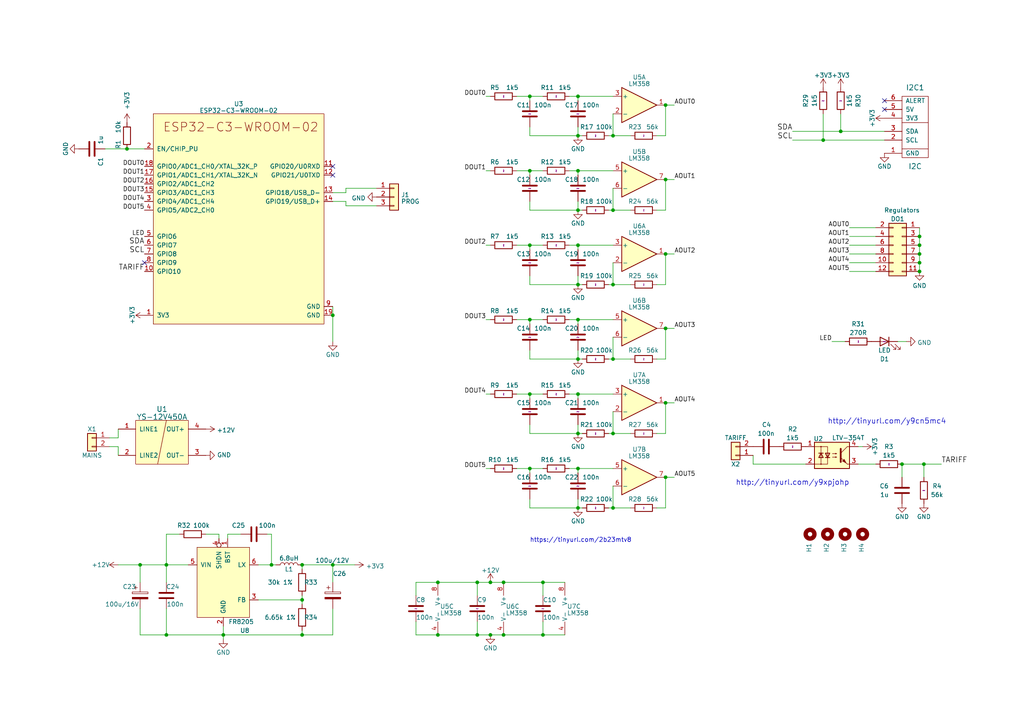
<source format=kicad_sch>
(kicad_sch (version 20230409) (generator eeschema)
  (paper "A4")
  (lib_symbols
    (symbol "Amplifier_Operational:LM358" (pin_names (offset 0.127))
      (property "Reference" "U" (at 0 5.08 0))
      (property "Value" "LM358" (at 0 -5.08 0))
      (symbol "LM358_1_1"
        (pin output line (at 7.62 0 180) (length 2.54) (name "~") (number "1"))
        (pin input line (at -7.62 -2.54 0) (length 2.54) (name "-") (number "2"))
        (pin input line (at -7.62 2.54 0) (length 2.54) (name "+") (number "3"))
      )
      (symbol "LM358_2_1"
        (pin input line (at -7.62 2.54 0) (length 2.54) (name "+") (number "5"))
        (pin input line (at -7.62 -2.54 0) (length 2.54) (name "-") (number "6"))
        (pin output line (at 7.62 0 180) (length 2.54) (name "~") (number "7"))
      )
      (symbol "LM358_3_1"
        (pin power_in line (at -2.54 -7.62 90) (length 3.81) (name "V-") (number "4"))
        (pin power_in line (at -2.54 7.62 270) (length 3.81) (name "V+") (number "8"))
      )
    )
    (symbol "Connector_Generic:Conn_01x02" (pin_names (offset 1.016) hide)
      (property "Reference" "J" (at 0 2.54 0))
      (property "Value" "Conn_01x02" (at 0 -5.08 0))
      (symbol "Conn_01x02_1_1"
        (pin passive line (at -5.08 0 0) (length 3.81) (name "Pin_1") (number "1"))
        (pin passive line (at -5.08 -2.54 0) (length 3.81) (name "Pin_2") (number "2"))
      )
    )
    (symbol "Connector_Generic:Conn_01x03" (pin_names (offset 1.016) hide)
      (property "Reference" "J" (at 0 5.08 0))
      (property "Value" "Conn_01x03" (at 0 -5.08 0))
      (symbol "Conn_01x03_1_1"
        (pin passive line (at -5.08 2.54 0) (length 3.81) (name "Pin_1") (number "1"))
        (pin passive line (at -5.08 0 0) (length 3.81) (name "Pin_2") (number "2"))
        (pin passive line (at -5.08 -2.54 0) (length 3.81) (name "Pin_3") (number "3"))
      )
    )
    (symbol "Connector_Generic:Conn_02x06_Odd_Even" (pin_names (offset 1.016) hide)
      (property "Reference" "J" (at 1.27 7.62 0))
      (property "Value" "Conn_02x06_Odd_Even" (at 1.27 -10.16 0))
      (symbol "Conn_02x06_Odd_Even_1_1"
        (pin passive line (at -5.08 5.08 0) (length 3.81) (name "Pin_1") (number "1"))
        (pin passive line (at 7.62 -5.08 180) (length 3.81) (name "Pin_10") (number "10"))
        (pin passive line (at -5.08 -7.62 0) (length 3.81) (name "Pin_11") (number "11"))
        (pin passive line (at 7.62 -7.62 180) (length 3.81) (name "Pin_12") (number "12"))
        (pin passive line (at 7.62 5.08 180) (length 3.81) (name "Pin_2") (number "2"))
        (pin passive line (at -5.08 2.54 0) (length 3.81) (name "Pin_3") (number "3"))
        (pin passive line (at 7.62 2.54 180) (length 3.81) (name "Pin_4") (number "4"))
        (pin passive line (at -5.08 0 0) (length 3.81) (name "Pin_5") (number "5"))
        (pin passive line (at 7.62 0 180) (length 3.81) (name "Pin_6") (number "6"))
        (pin passive line (at -5.08 -2.54 0) (length 3.81) (name "Pin_7") (number "7"))
        (pin passive line (at 7.62 -2.54 180) (length 3.81) (name "Pin_8") (number "8"))
        (pin passive line (at -5.08 -5.08 0) (length 3.81) (name "Pin_9") (number "9"))
      )
    )
    (symbol "Device:C" (pin_numbers hide) (pin_names (offset 0.254))
      (property "Reference" "C" (at 0.635 2.54 0))
      (property "Value" "C" (at 0.635 -2.54 0))
      (symbol "C_1_1"
        (pin passive line (at 0 3.81 270) (length 2.794) (name "~") (number "1"))
        (pin passive line (at 0 -3.81 90) (length 2.794) (name "~") (number "2"))
      )
    )
    (symbol "Device:C_Polarized" (pin_numbers hide) (pin_names (offset 0.254))
      (property "Reference" "C" (at 0.635 2.54 0))
      (property "Value" "C_Polarized" (at 0.635 -2.54 0))
      (symbol "C_Polarized_1_1"
        (pin passive line (at 0 3.81 270) (length 2.794) (name "~") (number "1"))
        (pin passive line (at 0 -3.81 90) (length 2.794) (name "~") (number "2"))
      )
    )
    (symbol "Device:L" (pin_numbers hide) (pin_names (offset 1.016) hide)
      (property "Reference" "L" (at -1.27 0 90))
      (property "Value" "L" (at 1.905 0 90))
      (symbol "L_1_1"
        (pin passive line (at 0 3.81 270) (length 1.27) (name "1") (number "1"))
        (pin passive line (at 0 -3.81 90) (length 1.27) (name "2") (number "2"))
      )
    )
    (symbol "Device:LED" (pin_numbers hide) (pin_names (offset 1.016) hide)
      (property "Reference" "D" (at 0 2.54 0))
      (property "Value" "LED" (at 0 -2.54 0))
      (symbol "LED_1_1"
        (pin passive line (at -3.81 0 0) (length 2.54) (name "K") (number "1"))
        (pin passive line (at 3.81 0 180) (length 2.54) (name "A") (number "2"))
      )
    )
    (symbol "Device:R" (pin_numbers hide) (pin_names (offset 0))
      (property "Reference" "R" (at 2.032 0 90))
      (property "Value" "R" (at 0 0 90))
      (symbol "R_1_1"
        (pin passive line (at 0 3.81 270) (length 1.27) (name "~") (number "1"))
        (pin passive line (at 0 -3.81 90) (length 1.27) (name "~") (number "2"))
      )
    )
    (symbol "Drake:FR8205" (pin_names (offset 1.016))
      (property "Reference" "U" (at 6.35 13.97 0))
      (property "Value" "FR8205" (at 5.08 -8.89 0))
      (symbol "FR8205_1_1"
        (pin bidirectional line (at 1.27 15.24 270) (length 2.54) (name "BST") (number "1"))
        (pin power_in line (at 0 -10.16 90) (length 2.54) (name "GND") (number "2"))
        (pin input line (at 10.16 -2.54 180) (length 2.54) (name "FB") (number "3"))
        (pin input inverted (at -1.27 15.24 270) (length 2.54) (name "SHDN") (number "4"))
        (pin power_in line (at -10.16 7.62 0) (length 2.54) (name "VIN") (number "5"))
        (pin power_out line (at 10.16 7.62 180) (length 2.54) (name "LX") (number "6"))
      )
    )
    (symbol "Drake:I2C-6P" (pin_names (offset 1.016))
      (property "Reference" "X" (at 0 12.7 0))
      (property "Value" "I2C-6P" (at 0 -8.89 0))
      (symbol "I2C-6P_1_1"
        (pin power_in line (at 8.89 -5.08 180) (length 5.08) (name "GND") (number "1"))
        (pin open_collector line (at 8.89 -1.27 180) (length 5.08) (name "SCL") (number "2"))
        (pin open_collector line (at 8.89 1.27 180) (length 5.08) (name "SDA") (number "3"))
        (pin power_in line (at 8.89 5.08 180) (length 5.08) (name "3V3") (number "4"))
        (pin power_in line (at 8.89 7.62 180) (length 5.08) (name "5V") (number "5"))
        (pin open_collector line (at 8.89 10.16 180) (length 5.08) (name "ALERT") (number "6"))
      )
    )
    (symbol "Drake:PSU" (pin_names (offset 1.016))
      (property "Reference" "U" (at 0 8.89 0))
      (property "Value" "PSU" (at 0 -8.89 0))
      (symbol "PSU_1_1"
        (pin input line (at -12.7 3.81 0) (length 5.08) (name "LINE1") (number "1"))
        (pin input line (at -12.7 -3.81 0) (length 5.08) (name "LINE2") (number "2"))
        (pin input line (at 12.7 -3.81 180) (length 5.08) (name "OUT-") (number "3"))
        (pin input line (at 12.7 3.81 180) (length 5.08) (name "OUT+") (number "4"))
      )
    )
    (symbol "Espressif:ESP32-C3-WROOM-02" (pin_names (offset 1.016))
      (property "Reference" "U" (at 0 33.02 0))
      (property "Value" "ESP32-C3-WROOM-02" (at 0 -30.48 0))
      (symbol "ESP32-C3-WROOM-02_0_0"
        (text "ESP32-C3-WROOM-02" (at 1.27 27.94 0) (effects (font (size 2.54 2.54))))
      )
      (symbol "ESP32-C3-WROOM-02_1_1"
        (pin power_in line (at -26.67 -26.67 0) (length 2.54) (name "3V3") (number "1"))
        (pin bidirectional line (at -26.67 -13.97 0) (length 2.54) (name "GPIO10") (number "10"))
        (pin bidirectional line (at 27.94 16.51 180) (length 2.54) (name "GPIO20/U0RXD") (number "11"))
        (pin bidirectional line (at 27.94 13.97 180) (length 2.54) (name "GPIO21/U0TXD") (number "12"))
        (pin bidirectional line (at 27.94 8.89 180) (length 2.54) (name "GPIO18/USB_D-") (number "13"))
        (pin bidirectional line (at 27.94 6.35 180) (length 2.54) (name "GPIO19/USB_D+") (number "14"))
        (pin bidirectional line (at -26.67 8.89 0) (length 2.54) (name "GPIO3/ADC1_CH3") (number "15"))
        (pin bidirectional line (at -26.67 11.43 0) (length 2.54) (name "GPIO2/ADC1_CH2") (number "16"))
        (pin bidirectional line (at -26.67 13.97 0) (length 2.54) (name "GPIO1/ADC1_CH1/XTAL_32K_N") (number "17"))
        (pin bidirectional line (at -26.67 16.51 0) (length 2.54) (name "GPIO0/ADC1_CH0/XTAL_32K_P") (number "18"))
        (pin power_in line (at 27.94 -26.67 180) (length 2.54) (name "GND") (number "19"))
        (pin input line (at -26.67 21.59 0) (length 2.54) (name "EN/CHIP_PU") (number "2"))
        (pin bidirectional line (at -26.67 6.35 0) (length 2.54) (name "GPIO4/ADC1_CH4") (number "3"))
        (pin bidirectional line (at -26.67 3.81 0) (length 2.54) (name "GPIO5/ADC2_CH0") (number "4"))
        (pin bidirectional line (at -26.67 -3.81 0) (length 2.54) (name "GPIO6") (number "5"))
        (pin bidirectional line (at -26.67 -6.35 0) (length 2.54) (name "GPIO7") (number "6"))
        (pin bidirectional line (at -26.67 -8.89 0) (length 2.54) (name "GPIO8") (number "7"))
        (pin bidirectional line (at -26.67 -11.43 0) (length 2.54) (name "GPIO9") (number "8"))
        (pin power_in line (at 27.94 -24.13 180) (length 2.54) (name "GND") (number "9"))
      )
    )
    (symbol "Isolator:LTV-354T" (pin_names (offset 1.016))
      (property "Reference" "U" (at -5.334 4.826 0))
      (property "Value" "LTV-354T" (at 0 5.08 0))
      (symbol "LTV-354T_1_1"
        (pin passive line (at -7.62 2.54 0) (length 2.54) (name "~") (number "1"))
        (pin passive line (at -7.62 -2.54 0) (length 2.54) (name "~") (number "2"))
        (pin passive line (at 7.62 -2.54 180) (length 2.54) (name "~") (number "3"))
        (pin passive line (at 7.62 2.54 180) (length 2.54) (name "~") (number "4"))
      )
    )
    (symbol "Mechanical:MountingHole" (pin_names (offset 1.016))
      (property "Reference" "H" (at 0 5.08 0))
      (property "Value" "MountingHole" (at 0 3.175 0))
    )
    (symbol "power:+12V" (power) (pin_names (offset 0))
      (property "Value" "+12V" (at 0 3.556 0))
      (symbol "+12V_1_1"
        (pin power_in line (at 0 0 90) (length 0) hide (name "+12V") (number "1"))
      )
    )
    (symbol "power:+3.3V" (power) (pin_names (offset 0))
      (property "Value" "+3.3V" (at 0 3.556 0))
      (symbol "+3.3V_1_1"
        (pin power_in line (at 0 0 90) (length 0) hide (name "+3.3V") (number "1"))
      )
    )
    (symbol "power:+3V3" (power) (pin_names (offset 0))
      (property "Value" "+3V3" (at 0 3.556 0))
      (symbol "+3V3_1_1"
        (pin power_in line (at 0 0 90) (length 0) hide (name "+3V3") (number "1"))
      )
    )
    (symbol "power:GND" (power) (pin_names (offset 0))
      (property "Value" "GND" (at 0 -3.81 0))
      (symbol "GND_1_1"
        (pin power_in line (at 0 0 270) (length 0) hide (name "GND") (number "1"))
      )
    )
  )
  (junction (at 153.67 135.89))
  (junction (at 261.62 134.62))
  (junction (at 167.64 71.12))
  (junction (at 167.64 49.53))
  (junction (at 167.64 135.89))
  (junction (at 153.67 71.12))
  (junction (at 48.26 163.83))
  (junction (at 167.64 104.14))
  (junction (at 267.97 134.62))
  (junction (at 177.8 39.37))
  (junction (at 157.48 168.91))
  (junction (at 167.64 27.94))
  (junction (at 193.04 95.25))
  (junction (at 64.77 184.15))
  (junction (at 138.43 184.15))
  (junction (at 87.63 184.15))
  (junction (at 142.24 184.15))
  (junction (at 153.67 49.53))
  (junction (at 266.7 76.2))
  (junction (at 167.64 125.73))
  (junction (at 266.7 73.66))
  (junction (at 177.8 104.14))
  (junction (at 127 184.15))
  (junction (at 153.67 92.71))
  (junction (at 157.48 184.15))
  (junction (at 167.64 60.96))
  (junction (at 193.04 30.48))
  (junction (at 96.52 163.83))
  (junction (at 243.84 38.1))
  (junction (at 266.7 71.12))
  (junction (at 193.04 52.07))
  (junction (at 87.63 163.83))
  (junction (at 48.26 184.15))
  (junction (at 96.52 91.44))
  (junction (at 78.74 163.83))
  (junction (at 177.8 147.32))
  (junction (at 266.7 78.74))
  (junction (at 238.76 40.64))
  (junction (at 167.64 114.3))
  (junction (at 146.05 184.15))
  (junction (at 40.64 163.83))
  (junction (at 266.7 68.58))
  (junction (at 36.83 43.18))
  (junction (at 138.43 168.91))
  (junction (at 177.8 125.73))
  (junction (at 177.8 60.96))
  (junction (at 193.04 116.84))
  (junction (at 193.04 138.43))
  (junction (at 167.64 39.37))
  (junction (at 167.64 147.32))
  (junction (at 167.64 82.55))
  (junction (at 193.04 73.66))
  (junction (at 142.24 168.91))
  (junction (at 177.8 82.55))
  (junction (at 153.67 27.94))
  (junction (at 153.67 114.3))
  (junction (at 146.05 168.91))
  (junction (at 167.64 92.71))
  (junction (at 87.63 173.99))
  (junction (at 127 168.91))
  (no_connect (at 96.52 48.26))
  (no_connect (at 256.54 31.75))
  (no_connect (at 41.91 76.2))
  (no_connect (at 96.52 50.8))
  (no_connect (at 256.54 29.21))
  (wire (pts (xy 40.64 176.53) (xy 40.64 184.15)))
  (wire (pts (xy 229.87 38.1) (xy 243.84 38.1)))
  (wire (pts (xy 96.52 163.83) (xy 102.87 163.83)))
  (wire (pts (xy 74.93 173.99) (xy 87.63 173.99)))
  (wire (pts (xy 157.48 180.34) (xy 157.48 184.15)))
  (wire (pts (xy 190.5 82.55) (xy 193.04 82.55)))
  (wire (pts (xy 177.8 140.97) (xy 177.8 147.32)))
  (wire (pts (xy 120.65 172.72) (xy 120.65 168.91)))
  (wire (pts (xy 193.04 30.48) (xy 195.58 30.48)))
  (wire (pts (xy 153.67 58.42) (xy 153.67 60.96)))
  (wire (pts (xy 153.67 144.78) (xy 153.67 147.32)))
  (wire (pts (xy 40.64 184.15) (xy 48.26 184.15)))
  (wire (pts (xy 167.64 101.6) (xy 167.64 104.14)))
  (wire (pts (xy 153.67 49.53) (xy 153.67 50.8)))
  (wire (pts (xy 218.44 134.62) (xy 233.68 134.62)))
  (wire (pts (xy 87.63 182.88) (xy 87.63 184.15)))
  (wire (pts (xy 142.24 168.91) (xy 146.05 168.91)))
  (wire (pts (xy 167.64 137.16) (xy 167.64 135.89)))
  (wire (pts (xy 177.8 119.38) (xy 177.8 125.73)))
  (wire (pts (xy 138.43 172.72) (xy 138.43 168.91)))
  (wire (pts (xy 64.77 184.15) (xy 87.63 184.15)))
  (wire (pts (xy 167.64 144.78) (xy 167.64 147.32)))
  (wire (pts (xy 153.67 114.3) (xy 153.67 115.57)))
  (wire (pts (xy 193.04 52.07) (xy 195.58 52.07)))
  (wire (pts (xy 48.26 168.91) (xy 48.26 163.83)))
  (wire (pts (xy 157.48 184.15) (xy 163.83 184.15)))
  (wire (pts (xy 31.75 129.54) (xy 34.29 129.54)))
  (wire (pts (xy 168.91 104.14) (xy 167.64 104.14)))
  (wire (pts (xy 157.48 168.91) (xy 163.83 168.91)))
  (wire (pts (xy 153.67 135.89) (xy 153.67 137.16)))
  (wire (pts (xy 100.33 59.69) (xy 109.22 59.69)))
  (wire (pts (xy 149.86 135.89) (xy 153.67 135.89)))
  (wire (pts (xy 153.67 82.55) (xy 167.64 82.55)))
  (wire (pts (xy 31.75 127) (xy 34.29 127)))
  (wire (pts (xy 167.64 114.3) (xy 177.8 114.3)))
  (wire (pts (xy 193.04 138.43) (xy 195.58 138.43)))
  (wire (pts (xy 140.97 49.53) (xy 142.24 49.53)))
  (wire (pts (xy 238.76 33.02) (xy 238.76 40.64)))
  (wire (pts (xy 238.76 40.64) (xy 256.54 40.64)))
  (wire (pts (xy 176.53 82.55) (xy 177.8 82.55)))
  (wire (pts (xy 168.91 147.32) (xy 167.64 147.32)))
  (wire (pts (xy 96.52 184.15) (xy 87.63 184.15)))
  (wire (pts (xy 140.97 114.3) (xy 142.24 114.3)))
  (wire (pts (xy 267.97 134.62) (xy 267.97 138.43)))
  (wire (pts (xy 248.92 134.62) (xy 254 134.62)))
  (wire (pts (xy 153.67 104.14) (xy 167.64 104.14)))
  (wire (pts (xy 153.67 36.83) (xy 153.67 39.37)))
  (wire (pts (xy 261.62 138.43) (xy 261.62 134.62)))
  (wire (pts (xy 168.91 60.96) (xy 167.64 60.96)))
  (wire (pts (xy 120.65 184.15) (xy 127 184.15)))
  (wire (pts (xy 167.64 123.19) (xy 167.64 125.73)))
  (wire (pts (xy 165.1 135.89) (xy 167.64 135.89)))
  (wire (pts (xy 48.26 176.53) (xy 48.26 184.15)))
  (wire (pts (xy 177.8 60.96) (xy 182.88 60.96)))
  (wire (pts (xy 153.67 27.94) (xy 153.67 29.21)))
  (wire (pts (xy 153.67 80.01) (xy 153.67 82.55)))
  (wire (pts (xy 165.1 114.3) (xy 167.64 114.3)))
  (wire (pts (xy 168.91 39.37) (xy 167.64 39.37)))
  (wire (pts (xy 153.67 49.53) (xy 157.48 49.53)))
  (wire (pts (xy 87.63 163.83) (xy 96.52 163.83)))
  (wire (pts (xy 190.5 60.96) (xy 193.04 60.96)))
  (wire (pts (xy 266.7 66.04) (xy 266.7 68.58)))
  (wire (pts (xy 246.38 66.04) (xy 254 66.04)))
  (wire (pts (xy 59.69 154.94) (xy 63.5 154.94)))
  (wire (pts (xy 176.53 60.96) (xy 177.8 60.96)))
  (wire (pts (xy 153.67 92.71) (xy 153.67 93.98)))
  (wire (pts (xy 167.64 27.94) (xy 177.8 27.94)))
  (wire (pts (xy 64.77 181.61) (xy 64.77 184.15)))
  (wire (pts (xy 96.52 168.91) (xy 96.52 163.83)))
  (wire (pts (xy 153.67 71.12) (xy 153.67 72.39)))
  (wire (pts (xy 193.04 39.37) (xy 193.04 30.48)))
  (wire (pts (xy 100.33 58.42) (xy 100.33 59.69)))
  (wire (pts (xy 165.1 71.12) (xy 167.64 71.12)))
  (wire (pts (xy 120.65 168.91) (xy 127 168.91)))
  (wire (pts (xy 153.67 60.96) (xy 167.64 60.96)))
  (wire (pts (xy 153.67 101.6) (xy 153.67 104.14)))
  (wire (pts (xy 167.64 29.21) (xy 167.64 27.94)))
  (wire (pts (xy 52.07 154.94) (xy 48.26 154.94)))
  (wire (pts (xy 36.83 43.18) (xy 41.91 43.18)))
  (wire (pts (xy 96.52 176.53) (xy 96.52 184.15)))
  (wire (pts (xy 127 168.91) (xy 138.43 168.91)))
  (wire (pts (xy 266.7 71.12) (xy 266.7 73.66)))
  (wire (pts (xy 193.04 73.66) (xy 195.58 73.66)))
  (wire (pts (xy 149.86 27.94) (xy 153.67 27.94)))
  (wire (pts (xy 167.64 50.8) (xy 167.64 49.53)))
  (wire (pts (xy 153.67 147.32) (xy 167.64 147.32)))
  (wire (pts (xy 48.26 154.94) (xy 48.26 163.83)))
  (wire (pts (xy 190.5 125.73) (xy 193.04 125.73)))
  (wire (pts (xy 96.52 88.9) (xy 96.52 91.44)))
  (wire (pts (xy 267.97 134.62) (xy 273.05 134.62)))
  (wire (pts (xy 87.63 173.99) (xy 87.63 175.26)))
  (wire (pts (xy 218.44 132.08) (xy 218.44 134.62)))
  (wire (pts (xy 177.8 104.14) (xy 182.88 104.14)))
  (wire (pts (xy 34.29 127) (xy 34.29 124.46)))
  (wire (pts (xy 153.67 27.94) (xy 157.48 27.94)))
  (wire (pts (xy 190.5 39.37) (xy 193.04 39.37)))
  (wire (pts (xy 260.35 99.06) (xy 262.89 99.06)))
  (wire (pts (xy 153.67 92.71) (xy 157.48 92.71)))
  (wire (pts (xy 261.62 134.62) (xy 267.97 134.62)))
  (wire (pts (xy 177.8 97.79) (xy 177.8 104.14)))
  (wire (pts (xy 34.29 129.54) (xy 34.29 132.08)))
  (wire (pts (xy 167.64 92.71) (xy 177.8 92.71)))
  (wire (pts (xy 138.43 184.15) (xy 142.24 184.15)))
  (wire (pts (xy 167.64 135.89) (xy 177.8 135.89)))
  (wire (pts (xy 153.67 123.19) (xy 153.67 125.73)))
  (wire (pts (xy 78.74 163.83) (xy 80.01 163.83)))
  (wire (pts (xy 167.64 93.98) (xy 167.64 92.71)))
  (wire (pts (xy 167.64 115.57) (xy 167.64 114.3)))
  (wire (pts (xy 140.97 71.12) (xy 142.24 71.12)))
  (wire (pts (xy 127 184.15) (xy 138.43 184.15)))
  (wire (pts (xy 30.48 43.18) (xy 36.83 43.18)))
  (wire (pts (xy 149.86 92.71) (xy 153.67 92.71)))
  (wire (pts (xy 177.8 82.55) (xy 182.88 82.55)))
  (wire (pts (xy 193.04 147.32) (xy 193.04 138.43)))
  (wire (pts (xy 246.38 68.58) (xy 254 68.58)))
  (wire (pts (xy 74.93 163.83) (xy 78.74 163.83)))
  (wire (pts (xy 229.87 40.64) (xy 238.76 40.64)))
  (wire (pts (xy 246.38 73.66) (xy 254 73.66)))
  (wire (pts (xy 153.67 71.12) (xy 157.48 71.12)))
  (wire (pts (xy 64.77 185.42) (xy 64.77 184.15)))
  (wire (pts (xy 149.86 114.3) (xy 153.67 114.3)))
  (wire (pts (xy 241.3 99.06) (xy 245.11 99.06)))
  (wire (pts (xy 176.53 39.37) (xy 177.8 39.37)))
  (wire (pts (xy 167.64 58.42) (xy 167.64 60.96)))
  (wire (pts (xy 140.97 92.71) (xy 142.24 92.71)))
  (wire (pts (xy 146.05 184.15) (xy 157.48 184.15)))
  (wire (pts (xy 149.86 71.12) (xy 153.67 71.12)))
  (wire (pts (xy 177.8 76.2) (xy 177.8 82.55)))
  (wire (pts (xy 168.91 82.55) (xy 167.64 82.55)))
  (wire (pts (xy 40.64 163.83) (xy 48.26 163.83)))
  (wire (pts (xy 63.5 154.94) (xy 63.5 156.21)))
  (wire (pts (xy 176.53 104.14) (xy 177.8 104.14)))
  (wire (pts (xy 246.38 71.12) (xy 254 71.12)))
  (wire (pts (xy 140.97 135.89) (xy 142.24 135.89)))
  (wire (pts (xy 78.74 163.83) (xy 78.74 154.94)))
  (wire (pts (xy 78.74 154.94) (xy 77.47 154.94)))
  (wire (pts (xy 153.67 135.89) (xy 157.48 135.89)))
  (wire (pts (xy 246.38 78.74) (xy 254 78.74)))
  (wire (pts (xy 165.1 92.71) (xy 167.64 92.71)))
  (wire (pts (xy 167.64 36.83) (xy 167.64 39.37)))
  (wire (pts (xy 66.04 154.94) (xy 69.85 154.94)))
  (wire (pts (xy 168.91 125.73) (xy 167.64 125.73)))
  (wire (pts (xy 193.04 104.14) (xy 193.04 95.25)))
  (wire (pts (xy 266.7 76.2) (xy 266.7 78.74)))
  (wire (pts (xy 140.97 27.94) (xy 142.24 27.94)))
  (wire (pts (xy 177.8 125.73) (xy 182.88 125.73)))
  (wire (pts (xy 193.04 60.96) (xy 193.04 52.07)))
  (wire (pts (xy 190.5 104.14) (xy 193.04 104.14)))
  (wire (pts (xy 48.26 184.15) (xy 64.77 184.15)))
  (wire (pts (xy 246.38 76.2) (xy 254 76.2)))
  (wire (pts (xy 266.7 68.58) (xy 266.7 71.12)))
  (wire (pts (xy 177.8 39.37) (xy 182.88 39.37)))
  (wire (pts (xy 177.8 54.61) (xy 177.8 60.96)))
  (wire (pts (xy 87.63 173.99) (xy 87.63 172.72)))
  (wire (pts (xy 167.64 72.39) (xy 167.64 71.12)))
  (wire (pts (xy 167.64 80.01) (xy 167.64 82.55)))
  (wire (pts (xy 153.67 125.73) (xy 167.64 125.73)))
  (wire (pts (xy 149.86 49.53) (xy 153.67 49.53)))
  (wire (pts (xy 193.04 125.73) (xy 193.04 116.84)))
  (wire (pts (xy 48.26 163.83) (xy 54.61 163.83)))
  (wire (pts (xy 193.04 116.84) (xy 195.58 116.84)))
  (wire (pts (xy 34.29 163.83) (xy 40.64 163.83)))
  (wire (pts (xy 96.52 55.88) (xy 100.33 55.88)))
  (wire (pts (xy 243.84 38.1) (xy 256.54 38.1)))
  (wire (pts (xy 96.52 58.42) (xy 100.33 58.42)))
  (wire (pts (xy 96.52 91.44) (xy 96.52 99.06)))
  (wire (pts (xy 120.65 180.34) (xy 120.65 184.15)))
  (wire (pts (xy 177.8 33.02) (xy 177.8 39.37)))
  (wire (pts (xy 248.92 129.54) (xy 250.19 129.54)))
  (wire (pts (xy 176.53 125.73) (xy 177.8 125.73)))
  (wire (pts (xy 153.67 39.37) (xy 167.64 39.37)))
  (wire (pts (xy 40.64 168.91) (xy 40.64 163.83)))
  (wire (pts (xy 138.43 180.34) (xy 138.43 184.15)))
  (wire (pts (xy 87.63 165.1) (xy 87.63 163.83)))
  (wire (pts (xy 153.67 114.3) (xy 157.48 114.3)))
  (wire (pts (xy 142.24 184.15) (xy 146.05 184.15)))
  (wire (pts (xy 243.84 33.02) (xy 243.84 38.1)))
  (wire (pts (xy 177.8 147.32) (xy 182.88 147.32)))
  (wire (pts (xy 167.64 49.53) (xy 177.8 49.53)))
  (wire (pts (xy 100.33 54.61) (xy 109.22 54.61)))
  (wire (pts (xy 146.05 168.91) (xy 157.48 168.91)))
  (wire (pts (xy 193.04 82.55) (xy 193.04 73.66)))
  (wire (pts (xy 157.48 172.72) (xy 157.48 168.91)))
  (wire (pts (xy 167.64 71.12) (xy 177.8 71.12)))
  (wire (pts (xy 138.43 168.91) (xy 142.24 168.91)))
  (wire (pts (xy 165.1 27.94) (xy 167.64 27.94)))
  (wire (pts (xy 66.04 156.21) (xy 66.04 154.94)))
  (wire (pts (xy 266.7 73.66) (xy 266.7 76.2)))
  (wire (pts (xy 193.04 95.25) (xy 195.58 95.25)))
  (wire (pts (xy 176.53 147.32) (xy 177.8 147.32)))
  (wire (pts (xy 190.5 147.32) (xy 193.04 147.32)))
  (wire (pts (xy 100.33 55.88) (xy 100.33 54.61)))
  (wire (pts (xy 165.1 49.53) (xy 167.64 49.53)))
  (text "https://tinyurl.com/2b23mtv8" (at 153.67 157.48 0) (effects (font (size 1.27 1.27)) (justify left bottom)))
  (text "http://tinyurl.com/y9xpjohp" (at 213.36 140.97 0) (effects (font (size 1.524 1.524)) (justify left bottom)))
  (text "http://tinyurl.com/y9cn5mc4" (at 240.03 123.19 0) (effects (font (size 1.524 1.524)) (justify left bottom)))
  (label "AOUT2" (at 195.58 73.66 0))
  (label "DOUT3" (at 140.97 92.71 180))
  (label "SCL" (at 229.87 40.64 180) (effects (font (size 1.524 1.524))))
  (label "TARIFF" (at 41.91 78.74 180) (effects (font (size 1.524 1.524))))
  (label "LED" (at 241.3 99.06 180))
  (label "SDA" (at 41.91 71.12 180) (effects (font (size 1.524 1.524))))
  (label "DOUT2" (at 140.97 71.12 180))
  (label "AOUT4" (at 195.58 116.84 0))
  (label "AOUT0" (at 195.58 30.48 0))
  (label "DOUT1" (at 140.97 49.53 180))
  (label "DOUT5" (at 140.97 135.89 180))
  (label "LED" (at 41.91 68.58 180))
  (label "AOUT5" (at 195.58 138.43 0))
  (label "DOUT1" (at 41.91 50.8 180))
  (label "DOUT5" (at 41.91 60.96 180))
  (label "AOUT5" (at 246.38 78.74 180))
  (label "DOUT4" (at 41.91 58.42 180))
  (label "DOUT0" (at 140.97 27.94 180))
  (label "SDA" (at 229.87 38.1 180) (effects (font (size 1.524 1.524))))
  (label "AOUT1" (at 246.38 68.58 180))
  (label "AOUT0" (at 246.38 66.04 180))
  (label "AOUT3" (at 195.58 95.25 0))
  (label "AOUT1" (at 195.58 52.07 0))
  (label "TARIFF" (at 273.05 134.62 0) (effects (font (size 1.524 1.524))))
  (label "DOUT0" (at 41.91 48.26 180))
  (label "AOUT3" (at 246.38 73.66 180))
  (label "DOUT2" (at 41.91 53.34 180))
  (label "DOUT4" (at 140.97 114.3 180))
  (label "SCL" (at 41.91 73.66 180) (effects (font (size 1.524 1.524))))
  (label "DOUT3" (at 41.91 55.88 180))
  (label "AOUT2" (at 246.38 71.12 180))
  (label "AOUT4" (at 246.38 76.2 180))
  (symbol (lib_id "Device:R") (at 248.92 99.06 90) (unit 1)
    (property "Reference" "R31" (at 248.92 93.98 90))
    (property "Value" "270R" (at 248.92 96.52 90))
    (property "Footprint" "Resistor_SMD:R_0805_2012Metric" (effects hide))
    (property "Datasheet" "~" (at 248.92 99.06 0))
  )
  (symbol (lib_id "Device:LED") (at 256.54 99.06 0) (mirror y) (unit 1)
    (property "Reference" "D1" (at 256.54 104.14 0))
    (property "Value" "LED" (at 256.54 101.6 0))
    (property "Footprint" "LED_SMD:LED_0805_2012Metric" (effects hide))
    (property "Datasheet" "~" (at 256.54 99.06 0))
  )
  (symbol (lib_id "Connector_Generic:Conn_02x06_Odd_Even") (at 261.62 71.12 0) (mirror y) (unit 1)
    (property "Reference" "DO1" (at 260.35 63.5 0))
    (property "Value" "Regulators" (at 261.62 60.96 0))
    (property "Footprint" "Connector_IDC:IDC-Header_2x06_P2.54mm_Vertical" (effects hide))
  )
  (symbol (lib_id "Device:R") (at 238.76 29.21 180) (unit 1)
    (property "Reference" "R29" (at 233.68 29.21 90))
    (property "Value" "1k5" (at 236.22 29.21 90))
    (property "Footprint" "Resistor_SMD:R_0805_2012Metric" (effects hide))
    (property "Datasheet" "~" (at 238.76 29.21 0))
  )
  (symbol (lib_id "Device:R") (at 243.84 29.21 0) (unit 1)
    (property "Reference" "R30" (at 248.92 29.21 90))
    (property "Value" "1k5" (at 246.38 29.21 90))
    (property "Footprint" "Resistor_SMD:R_0805_2012Metric" (effects hide))
    (property "Datasheet" "~" (at 243.84 29.21 0))
  )
  (symbol (lib_id "Drake:I2C-6P") (at 265.43 39.37 0) (mirror y) (unit 1)
    (property "Reference" "I2C1" (at 265.43 25.4 0) (effects (font (size 1.524 1.524))))
    (property "Value" "I2C" (at 265.43 48.26 0) (effects (font (size 1.524 1.524))))
    (property "Footprint" "Connector_IDC:IDC-Header_2x03_P2.54mm_Vertical" (effects hide))
  )
  (symbol (lib_id "power:GND") (at 256.54 44.45 0) (unit 1)
    (property "Reference" "#PWR029" (effects hide))
    (property "Value" "GND" (at 256.54 48.26 0))
  )
  (symbol (lib_id "Connector_Generic:Conn_01x02") (at 26.67 127 0) (mirror y) (unit 1)
    (property "Reference" "X1" (at 26.67 124.46 0))
    (property "Value" "MAINS" (at 26.67 132.08 0))
    (property "Footprint" "Drake:DG235-3.81-02P" (effects hide))
  )
  (symbol (lib_id "Isolator:LTV-354T") (at 241.3 132.08 0) (unit 1)
    (property "Reference" "U2" (at 235.966 127.254 0) (effects (justify left)))
    (property "Value" "LTV-354T" (at 241.3 127 0) (effects (justify left)))
    (property "Footprint" "Package_SO:SO-4_4.4x3.6mm_P2.54mm" (effects hide))
    (property "Datasheet" "http://optoelectronics.liteon.com/upload/download/DS70-2001-004/S_110_LTV-354T%2020140520.pdf" (effects hide))
  )
  (symbol (lib_id "Connector_Generic:Conn_01x02") (at 213.36 132.08 180) (unit 1)
    (property "Reference" "X2" (at 213.36 134.62 0))
    (property "Value" "TARIFF" (at 213.36 127 0))
    (property "Footprint" "Drake:DG235-3.81-02P" (effects hide))
  )
  (symbol (lib_id "Device:C") (at 222.25 129.54 270) (unit 1)
    (property "Reference" "C4" (at 220.98 123.19 90) (effects (justify left)))
    (property "Value" "100n" (at 219.71 125.73 90) (effects (justify left)))
    (property "Footprint" "Capacitor_SMD:C_1210_3225Metric_Pad1.33x2.70mm_HandSolder" (effects hide))
  )
  (symbol (lib_id "Device:R") (at 229.87 129.54 270) (unit 1)
    (property "Reference" "R2" (at 229.87 124.46 90))
    (property "Value" "1k5" (at 229.87 127 90))
    (property "Footprint" "Resistor_SMD:R_1206_3216Metric_Pad1.30x1.75mm_HandSolder" (effects hide))
    (property "Datasheet" "~" (at 229.87 129.54 0))
  )
  (symbol (lib_id "Device:R") (at 257.81 134.62 90) (unit 1)
    (property "Reference" "R3" (at 257.81 129.54 90))
    (property "Value" "1k5" (at 257.81 132.08 90))
    (property "Footprint" "Resistor_SMD:R_0805_2012Metric" (effects hide))
    (property "Datasheet" "~" (at 257.81 134.62 0))
  )
  (symbol (lib_id "Device:C") (at 261.62 142.24 180) (unit 1)
    (property "Reference" "C6" (at 257.81 140.97 0) (effects (justify left)))
    (property "Value" "1u" (at 257.81 143.51 0) (effects (justify left)))
    (property "Footprint" "Capacitor_SMD:C_0805_2012Metric" (effects hide))
  )
  (symbol (lib_id "Device:R") (at 267.97 142.24 0) (unit 1)
    (property "Reference" "R4" (at 271.78 140.97 0))
    (property "Value" "56k" (at 271.78 143.51 0))
    (property "Footprint" "Resistor_SMD:R_0805_2012Metric" (effects hide))
    (property "Datasheet" "~" (at 267.97 142.24 0))
  )
  (symbol (lib_id "power:GND") (at 261.62 146.05 0) (unit 1)
    (property "Reference" "#PWR011" (effects hide))
    (property "Value" "GND" (at 261.62 149.86 0))
  )
  (symbol (lib_id "power:GND") (at 267.97 146.05 0) (unit 1)
    (property "Reference" "#PWR013" (effects hide))
    (property "Value" "GND" (at 267.97 149.86 0))
  )
  (symbol (lib_id "Device:C") (at 26.67 43.18 90) (unit 1)
    (property "Reference" "C1" (at 29.21 48.26 0) (effects (justify left)))
    (property "Value" "1u" (at 29.21 41.91 0) (effects (justify left)))
    (property "Footprint" "Capacitor_SMD:C_0805_2012Metric" (effects hide))
  )
  (symbol (lib_id "power:+3V3") (at 36.83 35.56 0) (unit 1)
    (property "Reference" "#PWR04" (effects hide))
    (property "Value" "+3V3" (at 36.83 29.21 90))
  )
  (symbol (lib_id "Device:C") (at 73.66 154.94 90) (unit 1)
    (property "Reference" "C25" (at 71.12 152.4 90) (effects (justify left)))
    (property "Value" "100n" (at 80.01 152.4 90) (effects (justify left)))
    (property "Footprint" "Capacitor_SMD:C_0805_2012Metric_Pad1.18x1.45mm_HandSolder" (effects hide))
  )
  (symbol (lib_id "power:+3.3V") (at 256.54 34.29 90) (unit 1)
    (property "Reference" "#PWR028" (effects hide))
    (property "Value" "+3V3" (at 252.984 34.29 0))
  )
  (symbol (lib_id "Device:L") (at 83.82 163.83 90) (unit 1)
    (property "Reference" "L1" (at 83.82 165.1 90))
    (property "Value" "6.8uH" (at 83.82 161.925 90))
    (property "Footprint" "Drake:CKCS6028" (effects hide))
  )
  (symbol (lib_id "power:GND") (at 266.7 78.74 0) (unit 1)
    (property "Reference" "#PWR031" (effects hide))
    (property "Value" "GND" (at 266.7 82.8755 0))
  )
  (symbol (lib_id "power:+12V") (at 59.69 124.46 270) (unit 1)
    (property "Reference" "#PWR06" (effects hide))
    (property "Value" "+12V" (at 62.865 124.7768 90) (effects (justify left)))
  )
  (symbol (lib_id "Device:C") (at 167.64 119.38 0) (unit 1)
    (property "Reference" "C21" (at 163.83 116.84 0) (effects (justify left)))
    (property "Value" "100n" (at 168.91 116.84 0) (effects (justify left)))
    (property "Footprint" "Capacitor_SMD:C_0805_2012Metric" (effects hide))
    (property "Datasheet" "~" (at 167.64 119.38 0))
  )
  (symbol (lib_id "Amplifier_Operational:LM358") (at 185.42 52.07 0) (unit 2)
    (property "Reference" "U5" (at 185.42 43.9801 0))
    (property "Value" "LM358" (at 185.42 45.9011 0))
    (property "Footprint" "Package_SO:SOIC-8_3.9x4.9mm_P1.27mm" (effects hide))
    (property "Datasheet" "http://www.ti.com/lit/ds/symlink/lm2904-n.pdf" (effects hide))
  )
  (symbol (lib_id "Mechanical:MountingHole") (at 234.95 154.94 0) (unit 1)
    (property "Reference" "H1" (at 234.6332 157.48 90) (effects (justify right)))
    (property "Value" "MountingHole" (effects hide))
    (property "Footprint" "MountingHole:MountingHole_3.7mm_Pad_Via" (effects hide))
  )
  (symbol (lib_id "Device:C") (at 167.64 54.61 0) (unit 1)
    (property "Reference" "C18" (at 163.83 52.07 0) (effects (justify left)))
    (property "Value" "100n" (at 168.91 52.07 0) (effects (justify left)))
    (property "Footprint" "Capacitor_SMD:C_0805_2012Metric" (effects hide))
    (property "Datasheet" "~" (at 167.64 54.61 0))
  )
  (symbol (lib_id "Mechanical:MountingHole") (at 245.11 154.94 0) (unit 1)
    (property "Reference" "H3" (at 244.7932 157.48 90) (effects (justify right)))
    (property "Value" "MountingHole" (effects hide))
    (property "Footprint" "MountingHole:MountingHole_3.7mm_Pad_Via" (effects hide))
  )
  (symbol (lib_id "Device:R") (at 172.72 147.32 270) (unit 1)
    (property "Reference" "R22" (at 170.18 144.78 90))
    (property "Value" "100k" (at 175.26 144.78 90))
    (property "Footprint" "Resistor_SMD:R_0805_2012Metric" (effects hide))
    (property "Datasheet" "~" (at 172.72 147.32 0))
  )
  (symbol (lib_id "Device:R") (at 172.72 104.14 270) (unit 1)
    (property "Reference" "R20" (at 170.18 101.6 90))
    (property "Value" "100k" (at 175.26 101.6 90))
    (property "Footprint" "Resistor_SMD:R_0805_2012Metric" (effects hide))
    (property "Datasheet" "~" (at 172.72 104.14 0))
  )
  (symbol (lib_id "Amplifier_Operational:LM358") (at 185.42 30.48 0) (unit 1)
    (property "Reference" "U5" (at 185.42 22.3901 0))
    (property "Value" "LM358" (at 185.42 24.3111 0))
    (property "Footprint" "Package_SO:SOIC-8_3.9x4.9mm_P1.27mm" (effects hide))
    (property "Datasheet" "http://www.ti.com/lit/ds/symlink/lm2904-n.pdf" (effects hide))
  )
  (symbol (lib_id "power:GND") (at 167.64 125.73 0) (unit 1)
    (property "Reference" "#PWR024" (effects hide))
    (property "Value" "GND" (at 167.64 129.54 0))
  )
  (symbol (lib_id "Device:C") (at 153.67 97.79 0) (unit 1)
    (property "Reference" "C14" (at 149.86 95.25 0) (effects (justify left)))
    (property "Value" "100n" (at 154.94 95.25 0) (effects (justify left)))
    (property "Footprint" "Capacitor_SMD:C_0805_2012Metric" (effects hide))
    (property "Datasheet" "~" (at 153.67 97.79 0))
  )
  (symbol (lib_id "power:GND") (at 167.64 147.32 0) (unit 1)
    (property "Reference" "#PWR025" (effects hide))
    (property "Value" "GND" (at 167.64 151.13 0))
  )
  (symbol (lib_id "power:+3.3V") (at 41.91 91.44 90) (unit 1)
    (property "Reference" "#PWR02" (effects hide))
    (property "Value" "+3V3" (at 38.354 91.44 0))
  )
  (symbol (lib_id "power:+3.3V") (at 250.19 129.54 270) (unit 1)
    (property "Reference" "#PWR08" (effects hide))
    (property "Value" "+3V3" (at 253.746 129.54 0))
  )
  (symbol (lib_id "power:GND") (at 167.64 39.37 0) (unit 1)
    (property "Reference" "#PWR020" (effects hide))
    (property "Value" "GND" (at 167.64 43.18 0))
  )
  (symbol (lib_id "Device:R") (at 161.29 135.89 90) (unit 1)
    (property "Reference" "R16" (at 158.75 133.35 90))
    (property "Value" "1k5" (at 163.83 133.35 90))
    (property "Footprint" "Resistor_SMD:R_0805_2012Metric" (effects hide))
    (property "Datasheet" "~" (at 161.29 135.89 0))
  )
  (symbol (lib_id "Device:R") (at 186.69 147.32 90) (unit 1)
    (property "Reference" "R28" (at 184.15 144.78 90))
    (property "Value" "56k" (at 189.23 144.78 90))
    (property "Footprint" "Resistor_SMD:R_0805_2012Metric" (effects hide))
    (property "Datasheet" "~" (at 186.69 147.32 0))
  )
  (symbol (lib_id "power:GND") (at 167.64 104.14 0) (unit 1)
    (property "Reference" "#PWR023" (effects hide))
    (property "Value" "GND" (at 167.64 107.95 0))
  )
  (symbol (lib_id "Device:C") (at 153.67 33.02 0) (unit 1)
    (property "Reference" "C11" (at 149.86 30.48 0) (effects (justify left)))
    (property "Value" "100n" (at 154.94 30.48 0) (effects (justify left)))
    (property "Footprint" "Capacitor_SMD:C_0805_2012Metric" (effects hide))
    (property "Datasheet" "~" (at 153.67 33.02 0))
  )
  (symbol (lib_id "Device:R") (at 186.69 104.14 90) (unit 1)
    (property "Reference" "R26" (at 184.15 101.6 90))
    (property "Value" "56k" (at 189.23 101.6 90))
    (property "Footprint" "Resistor_SMD:R_0805_2012Metric" (effects hide))
    (property "Datasheet" "~" (at 186.69 104.14 0))
  )
  (symbol (lib_id "Device:R") (at 161.29 27.94 90) (unit 1)
    (property "Reference" "R11" (at 158.75 25.4 90))
    (property "Value" "1k5" (at 163.83 25.4 90))
    (property "Footprint" "Resistor_SMD:R_0805_2012Metric" (effects hide))
    (property "Datasheet" "~" (at 161.29 27.94 0))
  )
  (symbol (lib_id "Device:R") (at 172.72 39.37 270) (unit 1)
    (property "Reference" "R17" (at 170.18 36.83 90))
    (property "Value" "100k" (at 175.26 36.83 90))
    (property "Footprint" "Resistor_SMD:R_0805_2012Metric" (effects hide))
    (property "Datasheet" "~" (at 172.72 39.37 0))
  )
  (symbol (lib_id "Device:R") (at 186.69 39.37 90) (unit 1)
    (property "Reference" "R23" (at 184.15 36.83 90))
    (property "Value" "56k" (at 189.23 36.83 90))
    (property "Footprint" "Resistor_SMD:R_0805_2012Metric" (effects hide))
    (property "Datasheet" "~" (at 186.69 39.37 0))
  )
  (symbol (lib_id "Device:C_Polarized") (at 96.52 172.72 0) (unit 1)
    (property "Reference" "C26" (at 96.52 166.37 0) (effects (justify left)))
    (property "Value" "100u/12V" (at 91.44 162.56 0) (effects (justify left)))
    (property "Footprint" "Capacitor_SMD:CP_Elec_6.3x5.4" (effects hide))
  )
  (symbol (lib_id "power:GND") (at 22.86 43.18 270) (unit 1)
    (property "Reference" "#PWR01" (effects hide))
    (property "Value" "GND" (at 19.05 43.18 0))
  )
  (symbol (lib_id "Amplifier_Operational:LM358") (at 166.37 176.53 0) (unit 3)
    (property "Reference" "U7" (at 164.465 175.8863 0) (effects (justify left)))
    (property "Value" "LM358" (at 164.465 177.8073 0) (effects (justify left)))
    (property "Footprint" "Package_SO:SOIC-8_3.9x4.9mm_P1.27mm" (effects hide))
    (property "Datasheet" "http://www.ti.com/lit/ds/symlink/lm2904-n.pdf" (effects hide))
  )
  (symbol (lib_id "Device:R") (at 172.72 82.55 270) (unit 1)
    (property "Reference" "R19" (at 170.18 80.01 90))
    (property "Value" "100k" (at 175.26 80.01 90))
    (property "Footprint" "Resistor_SMD:R_0805_2012Metric" (effects hide))
    (property "Datasheet" "~" (at 172.72 82.55 0))
  )
  (symbol (lib_id "power:+3.3V") (at 238.76 25.4 0) (unit 1)
    (property "Reference" "#PWR026" (effects hide))
    (property "Value" "+3V3" (at 238.76 21.844 0))
  )
  (symbol (lib_id "Mechanical:MountingHole") (at 240.03 154.94 0) (unit 1)
    (property "Reference" "H2" (at 239.7132 157.48 90) (effects (justify right)))
    (property "Value" "MountingHole" (effects hide))
    (property "Footprint" "MountingHole:MountingHole_3.7mm_Pad_Via" (effects hide))
  )
  (symbol (lib_id "Espressif:ESP32-C3-WROOM-02") (at 68.58 64.77 0) (unit 1)
    (property "Reference" "U3" (at 69.215 30.1371 0))
    (property "Value" "ESP32-C3-WROOM-02" (at 69.215 32.0581 0))
    (property "Footprint" "Drake:ESP32-C3-WROOM-02 Handsolder" (effects hide))
    (property "Datasheet" "https://www.espressif.com/sites/default/files/documentation/esp32-c3-wroom-02_datasheet_en.pdf" (effects hide))
  )
  (symbol (lib_id "Device:R") (at 146.05 92.71 90) (unit 1)
    (property "Reference" "R8" (at 143.51 90.17 90))
    (property "Value" "1k5" (at 148.59 90.17 90))
    (property "Footprint" "Resistor_SMD:R_0805_2012Metric" (effects hide))
    (property "Datasheet" "~" (at 146.05 92.71 0))
  )
  (symbol (lib_id "Device:R") (at 186.69 60.96 90) (unit 1)
    (property "Reference" "R24" (at 184.15 58.42 90))
    (property "Value" "56k" (at 189.23 58.42 90))
    (property "Footprint" "Resistor_SMD:R_0805_2012Metric" (effects hide))
    (property "Datasheet" "~" (at 186.69 60.96 0))
  )
  (symbol (lib_id "Amplifier_Operational:LM358") (at 148.59 176.53 0) (unit 3)
    (property "Reference" "U6" (at 146.685 175.8863 0) (effects (justify left)))
    (property "Value" "LM358" (at 146.685 177.8073 0) (effects (justify left)))
    (property "Footprint" "Package_SO:SOIC-8_3.9x4.9mm_P1.27mm" (effects hide))
    (property "Datasheet" "http://www.ti.com/lit/ds/symlink/lm2904-n.pdf" (effects hide))
  )
  (symbol (lib_id "power:GND") (at 167.64 82.55 0) (unit 1)
    (property "Reference" "#PWR022" (effects hide))
    (property "Value" "GND" (at 167.64 86.36 0))
  )
  (symbol (lib_id "Device:C") (at 157.48 176.53 0) (unit 1)
    (property "Reference" "C10" (at 157.48 173.99 0) (effects (justify left)))
    (property "Value" "100n" (at 157.48 179.07 0) (effects (justify left)))
    (property "Footprint" "Capacitor_SMD:C_0805_2012Metric" (effects hide))
    (property "Datasheet" "~" (at 157.48 176.53 0))
  )
  (symbol (lib_id "Device:R") (at 146.05 114.3 90) (unit 1)
    (property "Reference" "R9" (at 143.51 111.76 90))
    (property "Value" "1k5" (at 148.59 111.76 90))
    (property "Footprint" "Resistor_SMD:R_0805_2012Metric" (effects hide))
    (property "Datasheet" "~" (at 146.05 114.3 0))
  )
  (symbol (lib_id "Device:C") (at 153.67 119.38 0) (unit 1)
    (property "Reference" "C15" (at 149.86 116.84 0) (effects (justify left)))
    (property "Value" "100n" (at 154.94 116.84 0) (effects (justify left)))
    (property "Footprint" "Capacitor_SMD:C_0805_2012Metric" (effects hide))
    (property "Datasheet" "~" (at 153.67 119.38 0))
  )
  (symbol (lib_id "Device:R") (at 36.83 39.37 180) (unit 1)
    (property "Reference" "R1" (at 34.29 41.91 90))
    (property "Value" "10k" (at 34.29 36.83 90))
    (property "Footprint" "Resistor_SMD:R_0805_2012Metric" (effects hide))
  )
  (symbol (lib_id "power:GND") (at 142.24 184.15 0) (unit 1)
    (property "Reference" "#PWR019" (effects hide))
    (property "Value" "GND" (at 142.24 187.96 0))
  )
  (symbol (lib_id "Device:R") (at 87.63 179.07 180) (unit 1)
    (property "Reference" "R34" (at 90.17 179.07 0))
    (property "Value" "6.65k 1%" (at 81.28 179.07 0))
    (property "Footprint" "Resistor_SMD:R_0805_2012Metric_Pad1.20x1.40mm_HandSolder" (effects hide))
  )
  (symbol (lib_id "power:GND") (at 96.52 99.06 0) (unit 1)
    (property "Reference" "#PWR014" (effects hide))
    (property "Value" "GND" (at 96.52 102.87 0))
  )
  (symbol (lib_id "Device:R") (at 172.72 125.73 270) (unit 1)
    (property "Reference" "R21" (at 170.18 123.19 90))
    (property "Value" "100k" (at 175.26 123.19 90))
    (property "Footprint" "Resistor_SMD:R_0805_2012Metric" (effects hide))
    (property "Datasheet" "~" (at 172.72 125.73 0))
  )
  (symbol (lib_id "Device:R") (at 87.63 168.91 180) (unit 1)
    (property "Reference" "R33" (at 90.17 168.91 0))
    (property "Value" "30k 1%" (at 81.28 168.91 0))
    (property "Footprint" "Resistor_SMD:R_0805_2012Metric_Pad1.20x1.40mm_HandSolder" (effects hide))
  )
  (symbol (lib_id "Device:R") (at 146.05 49.53 90) (unit 1)
    (property "Reference" "R6" (at 143.51 46.99 90))
    (property "Value" "1k5" (at 148.59 46.99 90))
    (property "Footprint" "Resistor_SMD:R_0805_2012Metric" (effects hide))
    (property "Datasheet" "~" (at 146.05 49.53 0))
  )
  (symbol (lib_id "Device:C") (at 120.65 176.53 0) (unit 1)
    (property "Reference" "C8" (at 120.65 173.99 0) (effects (justify left)))
    (property "Value" "100n" (at 120.65 179.07 0) (effects (justify left)))
    (property "Footprint" "Capacitor_SMD:C_0805_2012Metric" (effects hide))
    (property "Datasheet" "~" (at 120.65 176.53 0))
  )
  (symbol (lib_id "power:GND") (at 59.69 132.08 90) (unit 1)
    (property "Reference" "#PWR07" (effects hide))
    (property "Value" "GND" (at 62.9412 131.953 90) (effects (justify right)))
  )
  (symbol (lib_id "Device:C") (at 167.64 33.02 0) (unit 1)
    (property "Reference" "C17" (at 163.83 30.48 0) (effects (justify left)))
    (property "Value" "100n" (at 168.91 30.48 0) (effects (justify left)))
    (property "Footprint" "Capacitor_SMD:C_0805_2012Metric" (effects hide))
    (property "Datasheet" "~" (at 167.64 33.02 0))
  )
  (symbol (lib_id "power:+12V") (at 34.29 163.83 90) (unit 1)
    (property "Reference" "#PWR032" (effects hide))
    (property "Value" "+12V" (at 29.21 163.83 90))
  )
  (symbol (lib_id "Device:R") (at 186.69 82.55 90) (unit 1)
    (property "Reference" "R25" (at 184.15 80.01 90))
    (property "Value" "56k" (at 189.23 80.01 90))
    (property "Footprint" "Resistor_SMD:R_0805_2012Metric" (effects hide))
    (property "Datasheet" "~" (at 186.69 82.55 0))
  )
  (symbol (lib_id "Mechanical:MountingHole") (at 250.19 154.94 0) (unit 1)
    (property "Reference" "H4" (at 249.8732 157.48 90) (effects (justify right)))
    (property "Value" "MountingHole" (effects hide))
    (property "Footprint" "MountingHole:MountingHole_3.7mm_Pad_Via" (effects hide))
  )
  (symbol (lib_id "Device:R") (at 186.69 125.73 90) (unit 1)
    (property "Reference" "R27" (at 184.15 123.19 90))
    (property "Value" "56k" (at 189.23 123.19 90))
    (property "Footprint" "Resistor_SMD:R_0805_2012Metric" (effects hide))
    (property "Datasheet" "~" (at 186.69 125.73 0))
  )
  (symbol (lib_id "Drake:PSU") (at 46.99 128.27 0) (unit 1)
    (property "Reference" "U1" (at 46.99 118.6639 0) (effects (font (size 1.524 1.524))))
    (property "Value" "YS-12V450A" (at 46.99 120.9181 0) (effects (font (size 1.524 1.524))))
    (property "Footprint" "Drake:YS-12V450A" (effects hide))
  )
  (symbol (lib_id "Connector_Generic:Conn_01x03") (at 114.3 57.15 0) (unit 1)
    (property "Reference" "J1" (at 116.332 56.5063 0) (effects (justify left)))
    (property "Value" "PROG" (at 116.332 58.4273 0) (effects (justify left)))
    (property "Footprint" "Connector_PinHeader_2.54mm:PinHeader_1x03_P2.54mm_Vertical" (effects hide))
  )
  (symbol (lib_id "Device:R") (at 146.05 135.89 90) (unit 1)
    (property "Reference" "R10" (at 143.51 133.35 90))
    (property "Value" "1k5" (at 148.59 133.35 90))
    (property "Footprint" "Resistor_SMD:R_0805_2012Metric" (effects hide))
    (property "Datasheet" "~" (at 146.05 135.89 0))
  )
  (symbol (lib_id "power:GND") (at 167.64 60.96 0) (unit 1)
    (property "Reference" "#PWR021" (effects hide))
    (property "Value" "GND" (at 167.64 64.77 0))
  )
  (symbol (lib_id "Device:C") (at 48.26 172.72 180) (unit 1)
    (property "Reference" "C24" (at 52.07 170.18 0) (effects (justify left)))
    (property "Value" "100n" (at 53.34 175.26 0) (effects (justify left)))
    (property "Footprint" "Capacitor_SMD:C_0805_2012Metric_Pad1.18x1.45mm_HandSolder" (effects hide))
  )
  (symbol (lib_id "Device:R") (at 161.29 49.53 90) (unit 1)
    (property "Reference" "R12" (at 158.75 46.99 90))
    (property "Value" "1k5" (at 163.83 46.99 90))
    (property "Footprint" "Resistor_SMD:R_0805_2012Metric" (effects hide))
    (property "Datasheet" "~" (at 161.29 49.53 0))
  )
  (symbol (lib_id "Device:R") (at 55.88 154.94 270) (unit 1)
    (property "Reference" "R32" (at 53.34 152.4 90))
    (property "Value" "100k" (at 58.42 152.4 90))
    (property "Footprint" "Resistor_SMD:R_0805_2012Metric_Pad1.20x1.40mm_HandSolder" (effects hide))
  )
  (symbol (lib_id "Device:R") (at 172.72 60.96 270) (unit 1)
    (property "Reference" "R18" (at 170.18 58.42 90))
    (property "Value" "100k" (at 175.26 58.42 90))
    (property "Footprint" "Resistor_SMD:R_0805_2012Metric" (effects hide))
    (property "Datasheet" "~" (at 172.72 60.96 0))
  )
  (symbol (lib_id "Device:R") (at 161.29 114.3 90) (unit 1)
    (property "Reference" "R15" (at 158.75 111.76 90))
    (property "Value" "1k5" (at 163.83 111.76 90))
    (property "Footprint" "Resistor_SMD:R_0805_2012Metric" (effects hide))
    (property "Datasheet" "~" (at 161.29 114.3 0))
  )
  (symbol (lib_id "Device:C") (at 167.64 97.79 0) (unit 1)
    (property "Reference" "C20" (at 163.83 95.25 0) (effects (justify left)))
    (property "Value" "100n" (at 168.91 95.25 0) (effects (justify left)))
    (property "Footprint" "Capacitor_SMD:C_0805_2012Metric" (effects hide))
    (property "Datasheet" "~" (at 167.64 97.79 0))
  )
  (symbol (lib_id "Drake:FR8205") (at 64.77 171.45 0) (unit 1)
    (property "Reference" "U8" (at 72.39 182.88 0) (effects (justify right)))
    (property "Value" "FR8205" (at 73.66 180.34 0) (effects (justify right)))
    (property "Footprint" "Package_TO_SOT_SMD:SOT-23-6" (effects hide))
    (property "Datasheet" "https://datasheet.lcsc.com/szlcsc/FR8205AS6CTR_C172765.pdf" (effects hide))
  )
  (symbol (lib_id "power:+3V3") (at 102.87 163.83 270) (unit 1)
    (property "Reference" "#PWR034" (effects hide))
    (property "Value" "+3V3" (at 106.1212 164.211 90) (effects (justify left)))
  )
  (symbol (lib_id "power:+12V") (at 142.24 168.91 0) (unit 1)
    (property "Reference" "#PWR018" (effects hide))
    (property "Value" "+12V" (at 142.24 165.4081 0))
  )
  (symbol (lib_id "Amplifier_Operational:LM358") (at 185.42 138.43 0) (unit 2)
    (property "Reference" "U7" (at 185.42 130.3401 0))
    (property "Value" "LM358" (at 185.42 132.2611 0))
    (property "Footprint" "Package_SO:SOIC-8_3.9x4.9mm_P1.27mm" (effects hide))
    (property "Datasheet" "http://www.ti.com/lit/ds/symlink/lm2904-n.pdf" (effects hide))
  )
  (symbol (lib_id "power:+3.3V") (at 243.84 25.4 0) (unit 1)
    (property "Reference" "#PWR027" (effects hide))
    (property "Value" "+3V3" (at 243.84 21.844 0))
  )
  (symbol (lib_id "Amplifier_Operational:LM358") (at 185.42 116.84 0) (unit 1)
    (property "Reference" "U7" (at 185.42 108.7501 0))
    (property "Value" "LM358" (at 185.42 110.6711 0))
    (property "Footprint" "Package_SO:SOIC-8_3.9x4.9mm_P1.27mm" (effects hide))
    (property "Datasheet" "http://www.ti.com/lit/ds/symlink/lm2904-n.pdf" (effects hide))
  )
  (symbol (lib_id "Device:C") (at 153.67 54.61 0) (unit 1)
    (property "Reference" "C12" (at 149.86 52.07 0) (effects (justify left)))
    (property "Value" "100n" (at 154.94 52.07 0) (effects (justify left)))
    (property "Footprint" "Capacitor_SMD:C_0805_2012Metric" (effects hide))
    (property "Datasheet" "~" (at 153.67 54.61 0))
  )
  (symbol (lib_id "Device:R") (at 146.05 27.94 90) (unit 1)
    (property "Reference" "R5" (at 143.51 25.4 90))
    (property "Value" "1k5" (at 148.59 25.4 90))
    (property "Footprint" "Resistor_SMD:R_0805_2012Metric" (effects hide))
    (property "Datasheet" "~" (at 146.05 27.94 0))
  )
  (symbol (lib_id "Amplifier_Operational:LM358") (at 129.54 176.53 0) (unit 3)
    (property "Reference" "U5" (at 127.635 175.8863 0) (effects (justify left)))
    (property "Value" "LM358" (at 127.635 177.8073 0) (effects (justify left)))
    (property "Footprint" "Package_SO:SOIC-8_3.9x4.9mm_P1.27mm" (effects hide))
    (property "Datasheet" "http://www.ti.com/lit/ds/symlink/lm2904-n.pdf" (effects hide))
  )
  (symbol (lib_id "Device:R") (at 161.29 71.12 90) (unit 1)
    (property "Reference" "R13" (at 158.75 68.58 90))
    (property "Value" "1k5" (at 163.83 68.58 90))
    (property "Footprint" "Resistor_SMD:R_0805_2012Metric" (effects hide))
    (property "Datasheet" "~" (at 161.29 71.12 0))
  )
  (symbol (lib_id "Device:C") (at 167.64 140.97 0) (unit 1)
    (property "Reference" "C22" (at 163.83 138.43 0) (effects (justify left)))
    (property "Value" "100n" (at 168.91 138.43 0) (effects (justify left)))
    (property "Footprint" "Capacitor_SMD:C_0805_2012Metric" (effects hide))
    (property "Datasheet" "~" (at 167.64 140.97 0))
  )
  (symbol (lib_id "Amplifier_Operational:LM358") (at 185.42 95.25 0) (unit 2)
    (property "Reference" "U6" (at 185.42 87.1601 0))
    (property "Value" "LM358" (at 185.42 89.0811 0))
    (property "Footprint" "Package_SO:SOIC-8_3.9x4.9mm_P1.27mm" (effects hide))
    (property "Datasheet" "http://www.ti.com/lit/ds/symlink/lm2904-n.pdf" (effects hide))
  )
  (symbol (lib_id "power:GND") (at 262.89 99.06 90) (unit 1)
    (property "Reference" "#PWR030" (effects hide))
    (property "Value" "GND" (at 266.065 99.3768 90) (effects (justify right)))
  )
  (symbol (lib_id "power:GND") (at 109.22 57.15 270) (mirror x) (unit 1)
    (property "Reference" "#PWR017" (effects hide))
    (property "Value" "GND" (at 106.0451 57.4668 90) (effects (justify right)))
  )
  (symbol (lib_id "Device:R") (at 146.05 71.12 90) (unit 1)
    (property "Reference" "R7" (at 143.51 68.58 90))
    (property "Value" "1k5" (at 148.59 68.58 90))
    (property "Footprint" "Resistor_SMD:R_0805_2012Metric" (effects hide))
    (property "Datasheet" "~" (at 146.05 71.12 0))
  )
  (symbol (lib_id "power:GND") (at 64.77 185.42 0) (unit 1)
    (property "Reference" "#PWR033" (effects hide))
    (property "Value" "GND" (at 64.77 189.23 0))
  )
  (symbol (lib_id "Device:R") (at 161.29 92.71 90) (unit 1)
    (property "Reference" "R14" (at 158.75 90.17 90))
    (property "Value" "1k5" (at 163.83 90.17 90))
    (property "Footprint" "Resistor_SMD:R_0805_2012Metric" (effects hide))
    (property "Datasheet" "~" (at 161.29 92.71 0))
  )
  (symbol (lib_id "Device:C") (at 138.43 176.53 0) (unit 1)
    (property "Reference" "C9" (at 138.43 173.99 0) (effects (justify left)))
    (property "Value" "100n" (at 138.43 179.07 0) (effects (justify left)))
    (property "Footprint" "Capacitor_SMD:C_0805_2012Metric" (effects hide))
    (property "Datasheet" "~" (at 138.43 176.53 0))
  )
  (symbol (lib_id "Device:C") (at 167.64 76.2 0) (unit 1)
    (property "Reference" "C19" (at 163.83 73.66 0) (effects (justify left)))
    (property "Value" "100n" (at 168.91 73.66 0) (effects (justify left)))
    (property "Footprint" "Capacitor_SMD:C_0805_2012Metric" (effects hide))
    (property "Datasheet" "~" (at 167.64 76.2 0))
  )
  (symbol (lib_id "Amplifier_Operational:LM358") (at 185.42 73.66 0) (unit 1)
    (property "Reference" "U6" (at 185.42 65.5701 0))
    (property "Value" "LM358" (at 185.42 67.4911 0))
    (property "Footprint" "Package_SO:SOIC-8_3.9x4.9mm_P1.27mm" (effects hide))
    (property "Datasheet" "http://www.ti.com/lit/ds/symlink/lm2904-n.pdf" (effects hide))
  )
  (symbol (lib_id "Device:C") (at 153.67 76.2 0) (unit 1)
    (property "Reference" "C13" (at 149.86 73.66 0) (effects (justify left)))
    (property "Value" "100n" (at 154.94 73.66 0) (effects (justify left)))
    (property "Footprint" "Capacitor_SMD:C_0805_2012Metric" (effects hide))
    (property "Datasheet" "~" (at 153.67 76.2 0))
  )
  (symbol (lib_id "Device:C_Polarized") (at 40.64 172.72 0) (unit 1)
    (property "Reference" "C23" (at 35.56 170.18 0) (effects (justify left)))
    (property "Value" "100u/16V" (at 30.48 175.26 0) (effects (justify left)))
    (property "Footprint" "Capacitor_SMD:CP_Elec_6.3x5.4" (effects hide))
  )
  (symbol (lib_id "Device:C") (at 153.67 140.97 0) (unit 1)
    (property "Reference" "C16" (at 149.86 138.43 0) (effects (justify left)))
    (property "Value" "100n" (at 154.94 138.43 0) (effects (justify left)))
    (property "Footprint" "Capacitor_SMD:C_0805_2012Metric" (effects hide))
    (property "Datasheet" "~" (at 153.67 140.97 0))
  )
)
</source>
